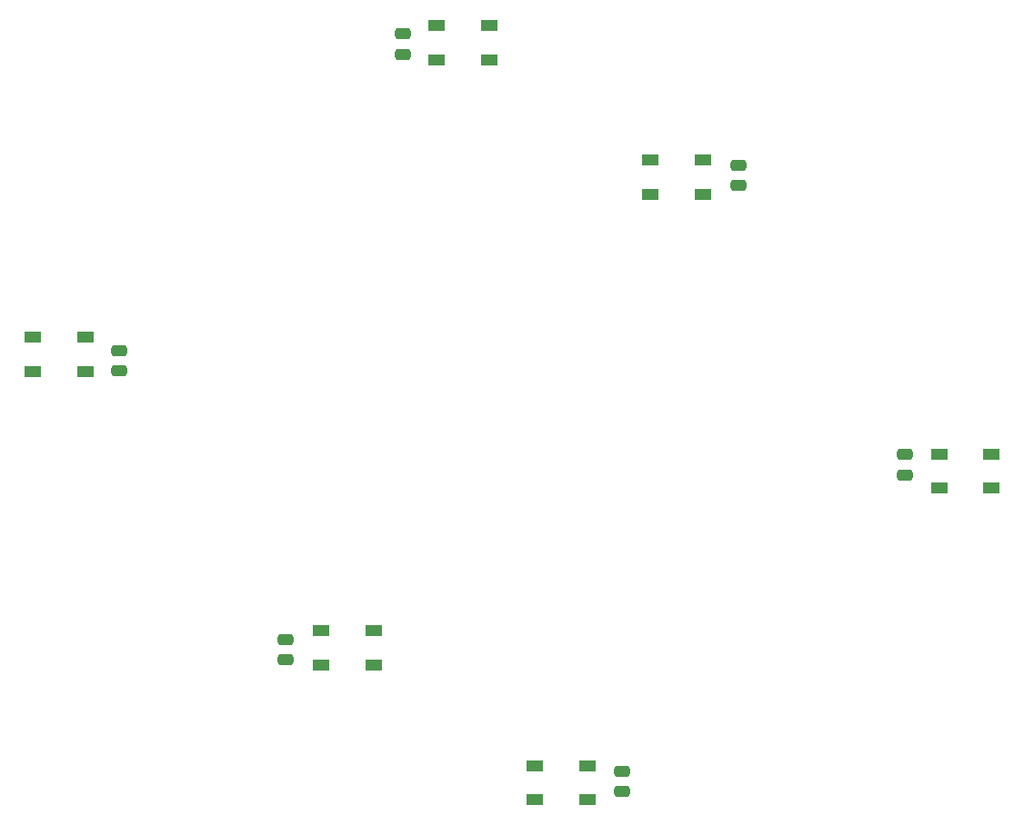
<source format=gbp>
%MOIN*%
%OFA0B0*%
%FSLAX46Y46*%
%IPPOS*%
%LPD*%
%AMRoundRect0*
4,1,4,
-0.078740157480314946,-0.11811023622047247,
-0.15748031496062992,-0.19685039370078744,
-0.23622047244094485,-0.27559055118110243,
-0.31496062992125984,-0.35433070866141742,
-0.078740157480314946,-0.11811023622047247,
0*
1,1,$1,$2,$3*
1,1,$1,$2,$3*
1,1,$1,$2,$3*
1,1,$1,$2,$3*
20,1,$1,$2,$3,$4,$5,-180*
20,1,$1,$2,$3,$4,$5,-180*
20,1,$1,$2,$3,$4,$5,-180*
20,1,$1,$2,$3,$4,$5,-180*%
%AMREC530*
4,1,3,
0.029527559055118106,0.019685039370078747,
-0.029527559055118117,0.019685039370078736,
-0.029527559055118106,-0.019685039370078747,
0.029527559055118117,-0.019685039370078736,
0*%
%AMCOMP540*
4,1,3,
0.018700787401574805,-0.0098425196850393682,
0.0187007874015748,0.0098425196850393734,
-0.018700787401574805,0.0098425196850393682,
-0.0187007874015748,-0.0098425196850393734,
0*
4,1,19,
0.018700787401574805,-0.01968503937007874,
0.015659281551427685,-0.019203312168259386,
0.012915499485310306,-0.017805285377706176,
0.010738021708907999,-0.015627807601303868,
0.0093399949183547888,-0.012884025535186489,
0.0088582677165354329,-0.00984251968503937,
0.0093399949183547871,-0.00680101383489225,
0.010738021708907997,-0.0040572317687748707,
0.012915499485310301,-0.001879753992372564,
0.015659281551427682,-0.0004817272018193531,
0.0187007874015748,0.0000000000000000022901103073449965,
0.021742293251721927,-0.00048172720181935234,
0.0244860753178393,-0.0018797539923725605,
0.026663553094241611,-0.0040572317687748664,
0.02806157988479482,-0.0068010138348922455,
0.028543307086614175,-0.0098425196850393647,
0.02806157988479482,-0.012884025535186484,
0.026663553094241611,-0.015627807601303865,
0.024486075317839306,-0.017805285377706176,
0.021742293251721927,-0.019203312168259386,
0*
4,1,19,
0.018700787401574805,0.0000000000000000022901103073449965,
0.015659281551427682,0.00048172720181935695,
0.012915499485310303,0.0018797539923725661,
0.010738021708907997,0.0040572317687748724,
0.0093399949183547871,0.0068010138348922507,
0.0088582677165354312,0.00984251968503937,
0.0093399949183547853,0.012884025535186494,
0.010738021708907995,0.015627807601303872,
0.0129154994853103,0.017805285377706179,
0.015659281551427682,0.019203312168259389,
0.018700787401574798,0.019685039370078747,
0.021742293251721924,0.019203312168259389,
0.0244860753178393,0.017805285377706179,
0.026663553094241611,0.015627807601303875,
0.02806157988479482,0.012884025535186496,
0.028543307086614175,0.0098425196850393769,
0.02806157988479482,0.006801013834892255,
0.026663553094241611,0.0040572317687748768,
0.024486075317839306,0.0018797539923725687,
0.021742293251721924,0.00048172720181935771,
0*
4,1,19,
-0.018700787401574805,-0.0000000000000000022901103073449965,
-0.021742293251721924,0.00048172720181935234,
-0.0244860753178393,0.0018797539923725616,
-0.026663553094241611,0.0040572317687748672,
-0.02806157988479482,0.0068010138348922463,
-0.028543307086614175,0.0098425196850393665,
-0.02806157988479482,0.012884025535186487,
-0.026663553094241611,0.015627807601303865,
-0.024486075317839306,0.017805285377706176,
-0.021742293251721927,0.019203312168259386,
-0.018700787401574808,0.01968503937007874,
-0.015659281551427682,0.019203312168259386,
-0.012915499485310308,0.017805285377706176,
-0.010738021708907999,0.015627807601303872,
-0.0093399949183547888,0.012884025535186489,
-0.0088582677165354329,0.0098425196850393734,
-0.0093399949183547871,0.0068010138348922507,
-0.010738021708907997,0.0040572317687748724,
-0.012915499485310301,0.001879753992372564,
-0.015659281551427682,0.0004817272018193531,
0*
4,1,19,
-0.0187007874015748,-0.019685039370078747,
-0.02174229325172192,-0.019203312168259389,
-0.0244860753178393,-0.017805285377706179,
-0.026663553094241611,-0.015627807601303872,
-0.02806157988479482,-0.012884025535186496,
-0.028543307086614175,-0.0098425196850393751,
-0.02806157988479482,-0.0068010138348922541,
-0.026663553094241611,-0.004057231768774875,
-0.024486075317839306,-0.0018797539923725687,
-0.021742293251721924,-0.00048172720181935771,
-0.018700787401574805,-0.0000000000000000022901103073449973,
-0.015659281551427682,-0.00048172720181935695,
-0.012915499485310306,-0.001879753992372565,
-0.010738021708907997,-0.0040572317687748707,
-0.0093399949183547871,-0.00680101383489225,
-0.0088582677165354312,-0.00984251968503937,
-0.0093399949183547853,-0.012884025535186491,
-0.010738021708907995,-0.015627807601303872,
-0.0129154994853103,-0.017805285377706179,
-0.015659281551427678,-0.019203312168259389,
0*
4,1,3,
0.028543307086614175,-0.0098425196850393682,
0.0088582677165354329,-0.0098425196850393682,
0.0088582677165354312,0.00984251968503937,
0.028543307086614175,0.0098425196850393734,
0*
4,1,3,
0.0187007874015748,0.019685039370078747,
0.018700787401574805,0.0000000000000000022901103073449965,
-0.018700787401574805,-0.0000000000000000022901103073449965,
-0.018700787401574805,0.01968503937007874,
0*
4,1,3,
-0.028543307086614175,0.0098425196850393682,
-0.0088582677165354329,0.0098425196850393682,
-0.0088582677165354312,-0.00984251968503937,
-0.028543307086614175,-0.0098425196850393734,
0*
4,1,3,
-0.0187007874015748,-0.019685039370078747,
-0.018700787401574805,-0.0000000000000000022901103073449965,
0.018700787401574805,0.0000000000000000022901103073449965,
0.018700787401574805,-0.01968503937007874,
0*%
%AMRoundRect1*
4,1,4,
0.07874015748031496,0.11811023622047245,
0.15748031496062992,0.19685039370078741,
0.23622047244094491,0.27559055118110237,
0.31496062992125984,0.35433070866141736,
0.07874015748031496,0.11811023622047245,
0*
1,1,$1,$2,$3*
1,1,$1,$2,$3*
1,1,$1,$2,$3*
1,1,$1,$2,$3*
20,1,$1,$2,$3,$4,$5,0*
20,1,$1,$2,$3,$4,$5,0*
20,1,$1,$2,$3,$4,$5,0*
20,1,$1,$2,$3,$4,$5,0*%
%AMCOMP630*
4,1,3,
-0.018700787401574805,0.00984251968503937,
-0.018700787401574805,-0.00984251968503937,
0.018700787401574805,-0.00984251968503937,
0.018700787401574805,0.00984251968503937,
0*
4,1,19,
-0.018700787401574805,0.01968503937007874,
-0.015659281551427682,0.019203312168259386,
-0.012915499485310303,0.017805285377706176,
-0.010738021708907997,0.015627807601303872,
-0.0093399949183547871,0.012884025535186491,
-0.0088582677165354329,0.00984251968503937,
-0.0093399949183547871,0.0068010138348922507,
-0.010738021708907997,0.0040572317687748724,
-0.012915499485310301,0.0018797539923725657,
-0.015659281551427682,0.00048172720181935506,
-0.0187007874015748,0,
-0.021742293251721927,0.00048172720181935506,
-0.0244860753178393,0.0018797539923725635,
-0.026663553094241611,0.00405723176877487,
-0.02806157988479482,0.0068010138348922489,
-0.028543307086614175,0.0098425196850393682,
-0.02806157988479482,0.012884025535186489,
-0.026663553094241611,0.015627807601303868,
-0.024486075317839306,0.017805285377706176,
-0.021742293251721924,0.019203312168259386,
0*
4,1,19,
-0.018700787401574805,0,
-0.015659281551427682,-0.00048172720181935506,
-0.012915499485310303,-0.0018797539923725646,
-0.010738021708907997,-0.0040572317687748707,
-0.0093399949183547871,-0.00680101383489225,
-0.0088582677165354329,-0.00984251968503937,
-0.0093399949183547871,-0.012884025535186491,
-0.010738021708907997,-0.015627807601303868,
-0.012915499485310301,-0.017805285377706176,
-0.015659281551427682,-0.019203312168259386,
-0.0187007874015748,-0.01968503937007874,
-0.021742293251721927,-0.019203312168259386,
-0.0244860753178393,-0.017805285377706176,
-0.026663553094241611,-0.015627807601303872,
-0.02806157988479482,-0.012884025535186491,
-0.028543307086614175,-0.0098425196850393734,
-0.02806157988479482,-0.0068010138348922524,
-0.026663553094241611,-0.0040572317687748733,
-0.024486075317839306,-0.0018797539923725657,
-0.021742293251721924,-0.00048172720181935506,
0*
4,1,19,
0.018700787401574805,0,
0.021742293251721924,-0.00048172720181935506,
0.0244860753178393,-0.0018797539923725646,
0.026663553094241611,-0.0040572317687748707,
0.02806157988479482,-0.00680101383489225,
0.028543307086614175,-0.00984251968503937,
0.02806157988479482,-0.012884025535186491,
0.026663553094241611,-0.015627807601303868,
0.024486075317839306,-0.017805285377706176,
0.021742293251721924,-0.019203312168259386,
0.018700787401574805,-0.01968503937007874,
0.015659281551427682,-0.019203312168259386,
0.012915499485310306,-0.017805285377706176,
0.010738021708907997,-0.015627807601303872,
0.0093399949183547871,-0.012884025535186491,
0.0088582677165354329,-0.0098425196850393734,
0.0093399949183547871,-0.0068010138348922524,
0.010738021708907997,-0.0040572317687748733,
0.012915499485310301,-0.0018797539923725657,
0.015659281551427682,-0.00048172720181935506,
0*
4,1,19,
0.018700787401574805,0.01968503937007874,
0.021742293251721924,0.019203312168259386,
0.0244860753178393,0.017805285377706176,
0.026663553094241611,0.015627807601303872,
0.02806157988479482,0.012884025535186491,
0.028543307086614175,0.00984251968503937,
0.02806157988479482,0.0068010138348922507,
0.026663553094241611,0.0040572317687748724,
0.024486075317839306,0.0018797539923725657,
0.021742293251721924,0.00048172720181935506,
0.018700787401574805,0,
0.015659281551427682,0.00048172720181935506,
0.012915499485310306,0.0018797539923725635,
0.010738021708907997,0.00405723176877487,
0.0093399949183547871,0.0068010138348922489,
0.0088582677165354329,0.0098425196850393682,
0.0093399949183547871,0.012884025535186489,
0.010738021708907997,0.015627807601303868,
0.012915499485310301,0.017805285377706176,
0.015659281551427682,0.019203312168259386,
0*
4,1,3,
-0.028543307086614175,0.00984251968503937,
-0.0088582677165354329,0.00984251968503937,
-0.0088582677165354329,-0.00984251968503937,
-0.028543307086614175,-0.00984251968503937,
0*
4,1,3,
-0.018700787401574805,-0.01968503937007874,
-0.018700787401574805,0,
0.018700787401574805,0,
0.018700787401574805,-0.01968503937007874,
0*
4,1,3,
0.028543307086614175,-0.00984251968503937,
0.0088582677165354329,-0.00984251968503937,
0.0088582677165354329,0.00984251968503937,
0.028543307086614175,0.00984251968503937,
0*
4,1,3,
0.018700787401574805,0.01968503937007874,
0.018700787401574805,0,
-0.018700787401574805,0,
-0.018700787401574805,0.01968503937007874,
0*%
%AMCOMP67*
4,1,3,
0.029527559055118106,0.019685039370078747,
-0.029527559055118117,0.019685039370078736,
-0.029527559055118106,-0.019685039370078747,
0.029527559055118117,-0.019685039370078736,
0*%
%ADD10COMP67*%
%AMCOMP68*
4,1,3,
0.018700787401574805,-0.0098425196850393682,
0.0187007874015748,0.0098425196850393734,
-0.018700787401574805,0.0098425196850393682,
-0.0187007874015748,-0.0098425196850393734,
0*
4,1,19,
0.018700787401574805,-0.01968503937007874,
0.015659281551427685,-0.019203312168259386,
0.012915499485310306,-0.017805285377706176,
0.010738021708907999,-0.015627807601303868,
0.0093399949183547888,-0.012884025535186489,
0.0088582677165354329,-0.00984251968503937,
0.0093399949183547871,-0.00680101383489225,
0.010738021708907997,-0.0040572317687748707,
0.012915499485310301,-0.001879753992372564,
0.015659281551427682,-0.0004817272018193531,
0.0187007874015748,0.0000000000000000022901103073449965,
0.021742293251721927,-0.00048172720181935234,
0.0244860753178393,-0.0018797539923725605,
0.026663553094241611,-0.0040572317687748664,
0.02806157988479482,-0.0068010138348922455,
0.028543307086614175,-0.0098425196850393647,
0.02806157988479482,-0.012884025535186484,
0.026663553094241611,-0.015627807601303865,
0.024486075317839306,-0.017805285377706176,
0.021742293251721927,-0.019203312168259386,
0*
4,1,19,
0.018700787401574805,0.0000000000000000022901103073449965,
0.015659281551427682,0.00048172720181935695,
0.012915499485310303,0.0018797539923725661,
0.010738021708907997,0.0040572317687748724,
0.0093399949183547871,0.0068010138348922507,
0.0088582677165354312,0.00984251968503937,
0.0093399949183547853,0.012884025535186494,
0.010738021708907995,0.015627807601303872,
0.0129154994853103,0.017805285377706179,
0.015659281551427682,0.019203312168259389,
0.018700787401574798,0.019685039370078747,
0.021742293251721924,0.019203312168259389,
0.0244860753178393,0.017805285377706179,
0.026663553094241611,0.015627807601303875,
0.02806157988479482,0.012884025535186496,
0.028543307086614175,0.0098425196850393769,
0.02806157988479482,0.006801013834892255,
0.026663553094241611,0.0040572317687748768,
0.024486075317839306,0.0018797539923725687,
0.021742293251721924,0.00048172720181935771,
0*
4,1,19,
-0.018700787401574805,-0.0000000000000000022901103073449965,
-0.021742293251721924,0.00048172720181935234,
-0.0244860753178393,0.0018797539923725616,
-0.026663553094241611,0.0040572317687748672,
-0.02806157988479482,0.0068010138348922463,
-0.028543307086614175,0.0098425196850393665,
-0.02806157988479482,0.012884025535186487,
-0.026663553094241611,0.015627807601303865,
-0.024486075317839306,0.017805285377706176,
-0.021742293251721927,0.019203312168259386,
-0.018700787401574808,0.01968503937007874,
-0.015659281551427682,0.019203312168259386,
-0.012915499485310308,0.017805285377706176,
-0.010738021708907999,0.015627807601303872,
-0.0093399949183547888,0.012884025535186489,
-0.0088582677165354329,0.0098425196850393734,
-0.0093399949183547871,0.0068010138348922507,
-0.010738021708907997,0.0040572317687748724,
-0.012915499485310301,0.001879753992372564,
-0.015659281551427682,0.0004817272018193531,
0*
4,1,19,
-0.0187007874015748,-0.019685039370078747,
-0.02174229325172192,-0.019203312168259389,
-0.0244860753178393,-0.017805285377706179,
-0.026663553094241611,-0.015627807601303872,
-0.02806157988479482,-0.012884025535186496,
-0.028543307086614175,-0.0098425196850393751,
-0.02806157988479482,-0.0068010138348922541,
-0.026663553094241611,-0.004057231768774875,
-0.024486075317839306,-0.0018797539923725687,
-0.021742293251721924,-0.00048172720181935771,
-0.018700787401574805,-0.0000000000000000022901103073449973,
-0.015659281551427682,-0.00048172720181935695,
-0.012915499485310306,-0.001879753992372565,
-0.010738021708907997,-0.0040572317687748707,
-0.0093399949183547871,-0.00680101383489225,
-0.0088582677165354312,-0.00984251968503937,
-0.0093399949183547853,-0.012884025535186491,
-0.010738021708907995,-0.015627807601303872,
-0.0129154994853103,-0.017805285377706179,
-0.015659281551427678,-0.019203312168259389,
0*
4,1,3,
0.028543307086614175,-0.0098425196850393682,
0.0088582677165354329,-0.0098425196850393682,
0.0088582677165354312,0.00984251968503937,
0.028543307086614175,0.0098425196850393734,
0*
4,1,3,
0.0187007874015748,0.019685039370078747,
0.018700787401574805,0.0000000000000000022901103073449965,
-0.018700787401574805,-0.0000000000000000022901103073449965,
-0.018700787401574805,0.01968503937007874,
0*
4,1,3,
-0.028543307086614175,0.0098425196850393682,
-0.0088582677165354329,0.0098425196850393682,
-0.0088582677165354312,-0.00984251968503937,
-0.028543307086614175,-0.0098425196850393734,
0*
4,1,3,
-0.0187007874015748,-0.019685039370078747,
-0.018700787401574805,-0.0000000000000000022901103073449965,
0.018700787401574805,0.0000000000000000022901103073449965,
0.018700787401574805,-0.01968503937007874,
0*%
%ADD11COMP68,0.25X-0.475X0.25X-0.475X-0.25X0.475X-0.25X0.475X0.25X0*%
%ADD12R,0.059055118110236227X0.03937007874015748*%
%AMCOMP76*
4,1,3,
-0.018700787401574805,0.00984251968503937,
-0.018700787401574805,-0.00984251968503937,
0.018700787401574805,-0.00984251968503937,
0.018700787401574805,0.00984251968503937,
0*
4,1,19,
-0.018700787401574805,0.01968503937007874,
-0.015659281551427682,0.019203312168259386,
-0.012915499485310303,0.017805285377706176,
-0.010738021708907997,0.015627807601303872,
-0.0093399949183547871,0.012884025535186491,
-0.0088582677165354329,0.00984251968503937,
-0.0093399949183547871,0.0068010138348922507,
-0.010738021708907997,0.0040572317687748724,
-0.012915499485310301,0.0018797539923725657,
-0.015659281551427682,0.00048172720181935506,
-0.0187007874015748,0,
-0.021742293251721927,0.00048172720181935506,
-0.0244860753178393,0.0018797539923725635,
-0.026663553094241611,0.00405723176877487,
-0.02806157988479482,0.0068010138348922489,
-0.028543307086614175,0.0098425196850393682,
-0.02806157988479482,0.012884025535186489,
-0.026663553094241611,0.015627807601303868,
-0.024486075317839306,0.017805285377706176,
-0.021742293251721924,0.019203312168259386,
0*
4,1,19,
-0.018700787401574805,0,
-0.015659281551427682,-0.00048172720181935506,
-0.012915499485310303,-0.0018797539923725646,
-0.010738021708907997,-0.0040572317687748707,
-0.0093399949183547871,-0.00680101383489225,
-0.0088582677165354329,-0.00984251968503937,
-0.0093399949183547871,-0.012884025535186491,
-0.010738021708907997,-0.015627807601303868,
-0.012915499485310301,-0.017805285377706176,
-0.015659281551427682,-0.019203312168259386,
-0.0187007874015748,-0.01968503937007874,
-0.021742293251721927,-0.019203312168259386,
-0.0244860753178393,-0.017805285377706176,
-0.026663553094241611,-0.015627807601303872,
-0.02806157988479482,-0.012884025535186491,
-0.028543307086614175,-0.0098425196850393734,
-0.02806157988479482,-0.0068010138348922524,
-0.026663553094241611,-0.0040572317687748733,
-0.024486075317839306,-0.0018797539923725657,
-0.021742293251721924,-0.00048172720181935506,
0*
4,1,19,
0.018700787401574805,0,
0.021742293251721924,-0.00048172720181935506,
0.0244860753178393,-0.0018797539923725646,
0.026663553094241611,-0.0040572317687748707,
0.02806157988479482,-0.00680101383489225,
0.028543307086614175,-0.00984251968503937,
0.02806157988479482,-0.012884025535186491,
0.026663553094241611,-0.015627807601303868,
0.024486075317839306,-0.017805285377706176,
0.021742293251721924,-0.019203312168259386,
0.018700787401574805,-0.01968503937007874,
0.015659281551427682,-0.019203312168259386,
0.012915499485310306,-0.017805285377706176,
0.010738021708907997,-0.015627807601303872,
0.0093399949183547871,-0.012884025535186491,
0.0088582677165354329,-0.0098425196850393734,
0.0093399949183547871,-0.0068010138348922524,
0.010738021708907997,-0.0040572317687748733,
0.012915499485310301,-0.0018797539923725657,
0.015659281551427682,-0.00048172720181935506,
0*
4,1,19,
0.018700787401574805,0.01968503937007874,
0.021742293251721924,0.019203312168259386,
0.0244860753178393,0.017805285377706176,
0.026663553094241611,0.015627807601303872,
0.02806157988479482,0.012884025535186491,
0.028543307086614175,0.00984251968503937,
0.02806157988479482,0.0068010138348922507,
0.026663553094241611,0.0040572317687748724,
0.024486075317839306,0.0018797539923725657,
0.021742293251721924,0.00048172720181935506,
0.018700787401574805,0,
0.015659281551427682,0.00048172720181935506,
0.012915499485310306,0.0018797539923725635,
0.010738021708907997,0.00405723176877487,
0.0093399949183547871,0.0068010138348922489,
0.0088582677165354329,0.0098425196850393682,
0.0093399949183547871,0.012884025535186489,
0.010738021708907997,0.015627807601303868,
0.012915499485310301,0.017805285377706176,
0.015659281551427682,0.019203312168259386,
0*
4,1,3,
-0.028543307086614175,0.00984251968503937,
-0.0088582677165354329,0.00984251968503937,
-0.0088582677165354329,-0.00984251968503937,
-0.028543307086614175,-0.00984251968503937,
0*
4,1,3,
-0.018700787401574805,-0.01968503937007874,
-0.018700787401574805,0,
0.018700787401574805,0,
0.018700787401574805,-0.01968503937007874,
0*
4,1,3,
0.028543307086614175,-0.00984251968503937,
0.0088582677165354329,-0.00984251968503937,
0.0088582677165354329,0.00984251968503937,
0.028543307086614175,0.00984251968503937,
0*
4,1,3,
0.018700787401574805,0.01968503937007874,
0.018700787401574805,0,
-0.018700787401574805,0,
-0.018700787401574805,0.01968503937007874,
0*%
%ADD13COMP76,0.25X-0.475X0.25X-0.475X-0.25X0.475X-0.25X0.475X0.25X0*%
G01*
G04 next file*
G04 Gerber Fmt 4.6, Leading zero omitted, Abs format (unit mm)*
G04 Created by KiCad (PCBNEW (6.0.7)) date 2022-11-21 20:09:17*
G01*
G04 APERTURE LIST*
G04 Aperture macros list*
G04 Aperture macros list end*
G04 APERTURE END LIST*
D10*
X0007322834Y-0000433070D02*
X0001135826Y0002690944D03*
X0001135826Y0002816929D03*
X0001328740Y0002816929D03*
X0001328740Y0002690944D03*
D11*
X0002492125Y0003854330D03*
X0002492125Y0003929133D03*
D10*
X0002192913Y0001612204D03*
X0002192913Y0001738188D03*
X0002385826Y0001738188D03*
X0002385826Y0001612204D03*
X0002616141Y0003834645D03*
X0002616141Y0003960629D03*
X0002809055Y0003960629D03*
X0002809055Y0003834645D03*
D11*
X0002062992Y0001631889D03*
X0002062992Y0001706692D03*
X0001454724Y0002692913D03*
X0001454724Y0002767716D03*
G04 next file*
G04 Gerber Fmt 4.6, Leading zero omitted, Abs format (unit mm)*
G04 Created by KiCad (PCBNEW (6.0.7)) date 2022-11-21 20:11:54*
G01*
G04 APERTURE LIST*
G04 Aperture macros list*
G04 Aperture macros list end*
G04 APERTURE END LIST*
D12*
X-0001535433Y0005511811D02*
X0004651574Y0002387795D03*
X0004651574Y0002261811D03*
X0004458661Y0002261811D03*
X0004458661Y0002387795D03*
D13*
X0003295275Y0001224409D03*
X0003295275Y0001149606D03*
D12*
X0003594488Y0003466535D03*
X0003594488Y0003340551D03*
X0003401574Y0003340551D03*
X0003401574Y0003466535D03*
X0003171259Y0001244094D03*
X0003171259Y0001118110D03*
X0002978346Y0001118110D03*
X0002978346Y0001244094D03*
D13*
X0003724409Y0003446850D03*
X0003724409Y0003372047D03*
X0004332677Y0002385826D03*
X0004332677Y0002311023D03*
M02*
</source>
